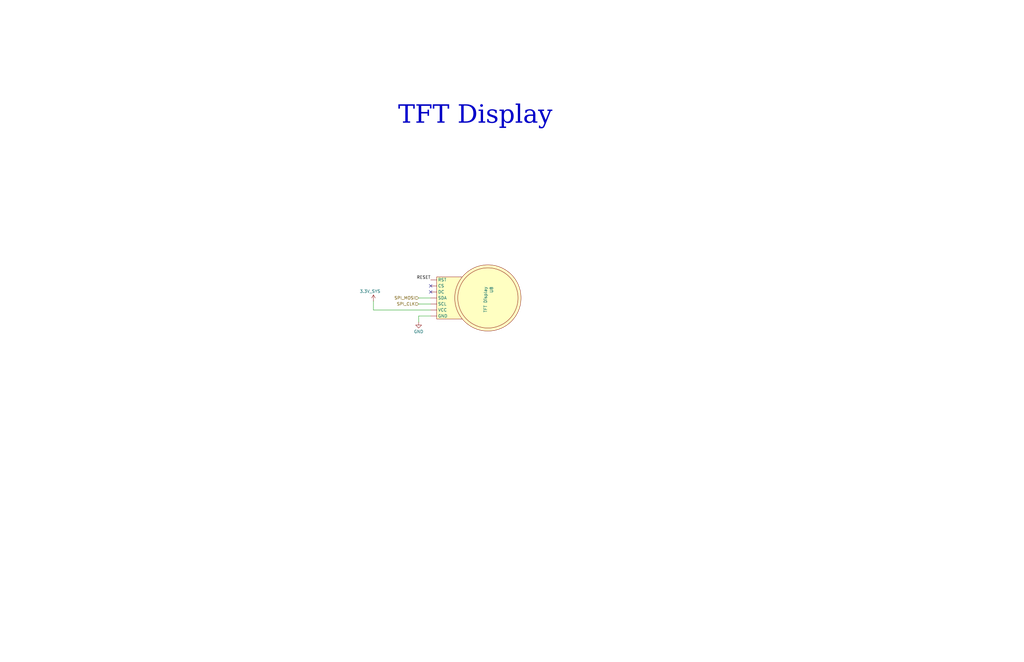
<source format=kicad_sch>
(kicad_sch (version 20231120) (generator "eeschema") (generator_version "8.0")
  (paper "B")
  (lib_symbols
    (symbol "Senior-Design-Custom-Symbols:TFT_Display"
      (property "Reference" "U8" (at -4.826 23.114 0))
      (property "Value" "TFT Display" (at -4.826 20.574 0))
      (symbol "TFT_Display_0_1"
        (polyline (pts (xy -8.89 10.795) (xy -8.89 10.16)))
        (polyline (pts (xy 8.89 10.795) (xy 8.89 10.16)))
      )
      (symbol "TFT_Display_1_1"
        (polyline (pts (xy 8.89 10.16) (xy 8.89 0) (xy -8.89 0) (xy -8.89 10.16)) (fill (type background)))
        (circle (center 0 21.59) (radius 12.7) (fill (type background)))
        (circle (center 0 21.59) (radius 13.97) (fill (type background)))
        (pin bidirectional line (at -5.08 -2.54 90) (length 2.54) (name "CS") (number ""))
        (pin bidirectional line (at -2.54 -2.54 90) (length 2.54) (name "DC") (number ""))
        (pin bidirectional line (at 7.62 -2.54 90) (length 2.54) (name "GND") (number ""))
        (pin bidirectional line (at -7.62 -2.54 90) (length 2.54) (name "RST") (number ""))
        (pin bidirectional line (at 2.54 -2.54 90) (length 2.54) (name "SCL") (number ""))
        (pin bidirectional line (at 0 -2.54 90) (length 2.54) (name "SDA") (number ""))
        (pin bidirectional line (at 5.08 -2.54 90) (length 2.54) (name "VCC") (number ""))
      )
    )
    (symbol "power:+3.3V" (power) (pin_numbers hide) (pin_names (offset 0) hide)
      (property "Value" "+3.3V" (at 0 3.556 0))
      (symbol "+3.3V_0_1"
        (polyline (pts (xy -0.762 1.27) (xy 0 2.54)))
        (polyline (pts (xy 0 0) (xy 0 2.54)))
        (polyline (pts (xy 0 2.54) (xy 0.762 1.27)))
      )
      (symbol "+3.3V_1_1"
        (pin power_in line (at 0 0 90) (length 0) (name "~") (number "1"))
      )
    )
    (symbol "power:GND" (power) (pin_names (offset 0))
      (property "Value" "GND" (at 0 -3.81 0))
      (symbol "GND_0_1"
        (polyline (pts (xy 0 0) (xy 0 -1.27) (xy 1.27 -1.27) (xy 0 -2.54) (xy -1.27 -1.27) (xy 0 -1.27)))
      )
      (symbol "GND_1_1"
        (pin power_in line (at 0 0 270) (length 0) hide (name "GND") (number "1"))
      )
    )
  )
  (no_connect (at 181.61 123.19))
  (no_connect (at 181.61 120.65))
  (wire (pts (xy 181.61 130.81) (xy 157.48 130.81)))
  (wire (pts (xy 181.61 133.35) (xy 176.53 133.35)))
  (wire (pts (xy 176.53 128.27) (xy 181.61 128.27)))
  (wire (pts (xy 176.53 125.73) (xy 181.61 125.73)))
  (wire (pts (xy 157.48 130.81) (xy 157.48 127)))
  (wire (pts (xy 176.53 133.35) (xy 176.53 135.89)))
  (text "TFT Display" (at 200.406 50.8 0) (effects (font (size 7.62 7.62) (thickness 0.9525))))
  (label "RESET" (at 181.61 118.11 180))
  (hierarchical_label "SPI_CLK" (shape input) (at 176.53 128.27 180))
  (hierarchical_label "SPI_MOSI" (shape input) (at 176.53 125.73 180))
  (symbol (lib_id "power:GND") (at 176.53 135.89 0) (unit 1)
    (property "Reference" "#PWR033" (effects (hide yes)))
    (property "Value" "GND" (at 176.53 139.954 0))
    (property "Description" "Power symbol creates a global label with name \"GND\" , ground" (effects (hide yes)))
  )
  (symbol (lib_id "Senior-Design-Custom-Symbols:TFT_Display") (at 184.15 125.73 270) (unit 1)
    (property "Reference" "U8" (at 207.264 120.904 0) (effects (justify left)))
    (property "Value" "TFT Display" (at 204.724 120.904 0) (effects (justify left)))
  )
  (symbol (lib_id "power:+3.3V") (at 157.48 127 0) (unit 1)
    (property "Reference" "#PWR032" (effects (hide yes)))
    (property "Value" "3.3V_SYS" (at 151.638 122.936 0) (effects (justify left)))
    (property "Description" "Power symbol creates a global label with name \"+3.3V\"" (effects (hide yes)))
  )
)
</source>
